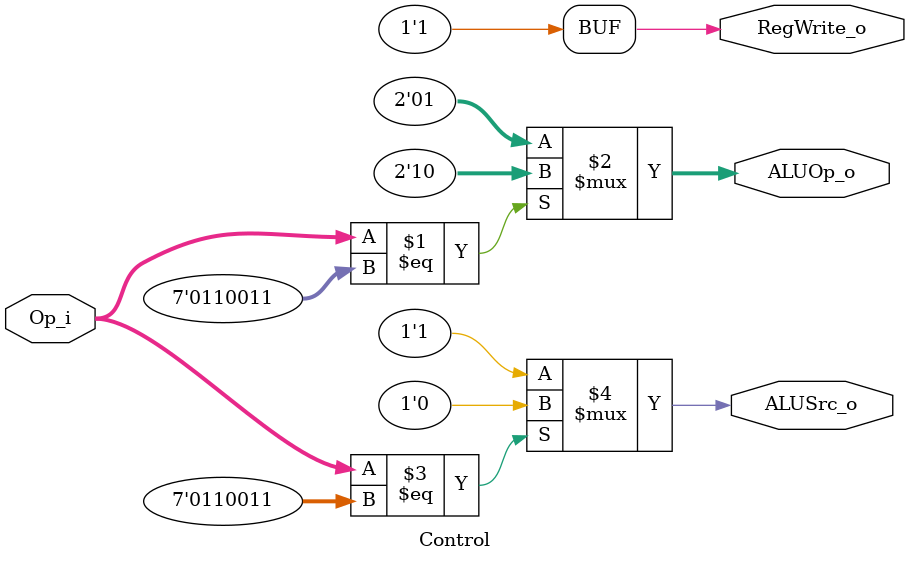
<source format=v>
module Control
(
	Op_i,
	ALUOp_o,
	ALUSrc_o,
	RegWrite_o
);

input  [6 : 0] Op_i;
output [1 : 0] ALUOp_o;
output 		   ALUSrc_o;
output         RegWrite_o;

assign ALUOp_o  = (Op_i == 7'b0110011)? 2'b10 : 2'b01;//R type :I type
assign ALUSrc_o = (Op_i == 7'b0110011)? 1'b0 : 1'b1;//0:rs2 , 1:imm
assign RegWrite_o = 1'b1;

endmodule
</source>
